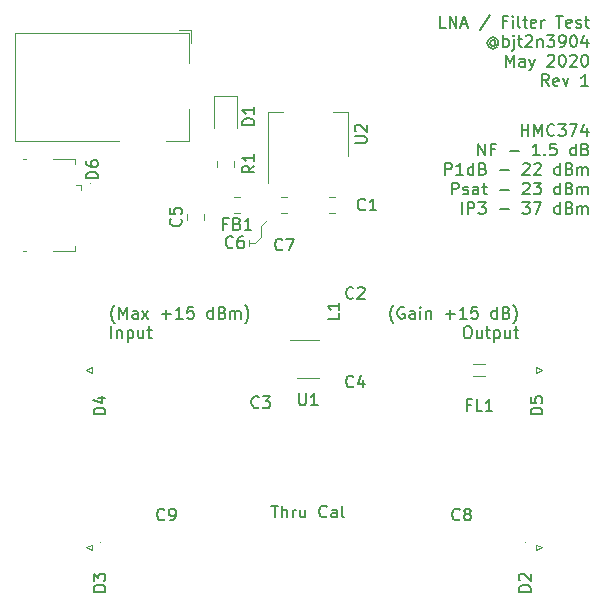
<source format=gbr>
G04 #@! TF.GenerationSoftware,KiCad,Pcbnew,5.1.5-52549c5~86~ubuntu18.04.1*
G04 #@! TF.CreationDate,2020-05-03T22:10:49-04:00*
G04 #@! TF.ProjectId,lna-filt,6c6e612d-6669-46c7-942e-6b696361645f,rev?*
G04 #@! TF.SameCoordinates,Original*
G04 #@! TF.FileFunction,Legend,Top*
G04 #@! TF.FilePolarity,Positive*
%FSLAX46Y46*%
G04 Gerber Fmt 4.6, Leading zero omitted, Abs format (unit mm)*
G04 Created by KiCad (PCBNEW 5.1.5-52549c5~86~ubuntu18.04.1) date 2020-05-03 22:10:49*
%MOMM*%
%LPD*%
G04 APERTURE LIST*
%ADD10C,0.150000*%
%ADD11C,0.120000*%
%ADD12C,0.100000*%
G04 APERTURE END LIST*
D10*
X125092976Y-40152380D02*
X125092976Y-39152380D01*
X125092976Y-39628571D02*
X125664404Y-39628571D01*
X125664404Y-40152380D02*
X125664404Y-39152380D01*
X126140595Y-40152380D02*
X126140595Y-39152380D01*
X126473928Y-39866666D01*
X126807261Y-39152380D01*
X126807261Y-40152380D01*
X127854880Y-40057142D02*
X127807261Y-40104761D01*
X127664404Y-40152380D01*
X127569166Y-40152380D01*
X127426309Y-40104761D01*
X127331071Y-40009523D01*
X127283452Y-39914285D01*
X127235833Y-39723809D01*
X127235833Y-39580952D01*
X127283452Y-39390476D01*
X127331071Y-39295238D01*
X127426309Y-39200000D01*
X127569166Y-39152380D01*
X127664404Y-39152380D01*
X127807261Y-39200000D01*
X127854880Y-39247619D01*
X128188214Y-39152380D02*
X128807261Y-39152380D01*
X128473928Y-39533333D01*
X128616785Y-39533333D01*
X128712023Y-39580952D01*
X128759642Y-39628571D01*
X128807261Y-39723809D01*
X128807261Y-39961904D01*
X128759642Y-40057142D01*
X128712023Y-40104761D01*
X128616785Y-40152380D01*
X128331071Y-40152380D01*
X128235833Y-40104761D01*
X128188214Y-40057142D01*
X129140595Y-39152380D02*
X129807261Y-39152380D01*
X129378690Y-40152380D01*
X130616785Y-39485714D02*
X130616785Y-40152380D01*
X130378690Y-39104761D02*
X130140595Y-39819047D01*
X130759642Y-39819047D01*
X121426309Y-41802380D02*
X121426309Y-40802380D01*
X121997738Y-41802380D01*
X121997738Y-40802380D01*
X122807261Y-41278571D02*
X122473928Y-41278571D01*
X122473928Y-41802380D02*
X122473928Y-40802380D01*
X122950119Y-40802380D01*
X124092976Y-41421428D02*
X124854880Y-41421428D01*
X126616785Y-41802380D02*
X126045357Y-41802380D01*
X126331071Y-41802380D02*
X126331071Y-40802380D01*
X126235833Y-40945238D01*
X126140595Y-41040476D01*
X126045357Y-41088095D01*
X127045357Y-41707142D02*
X127092976Y-41754761D01*
X127045357Y-41802380D01*
X126997738Y-41754761D01*
X127045357Y-41707142D01*
X127045357Y-41802380D01*
X127997738Y-40802380D02*
X127521547Y-40802380D01*
X127473928Y-41278571D01*
X127521547Y-41230952D01*
X127616785Y-41183333D01*
X127854880Y-41183333D01*
X127950119Y-41230952D01*
X127997738Y-41278571D01*
X128045357Y-41373809D01*
X128045357Y-41611904D01*
X127997738Y-41707142D01*
X127950119Y-41754761D01*
X127854880Y-41802380D01*
X127616785Y-41802380D01*
X127521547Y-41754761D01*
X127473928Y-41707142D01*
X129664404Y-41802380D02*
X129664404Y-40802380D01*
X129664404Y-41754761D02*
X129569166Y-41802380D01*
X129378690Y-41802380D01*
X129283452Y-41754761D01*
X129235833Y-41707142D01*
X129188214Y-41611904D01*
X129188214Y-41326190D01*
X129235833Y-41230952D01*
X129283452Y-41183333D01*
X129378690Y-41135714D01*
X129569166Y-41135714D01*
X129664404Y-41183333D01*
X130473928Y-41278571D02*
X130616785Y-41326190D01*
X130664404Y-41373809D01*
X130712023Y-41469047D01*
X130712023Y-41611904D01*
X130664404Y-41707142D01*
X130616785Y-41754761D01*
X130521547Y-41802380D01*
X130140595Y-41802380D01*
X130140595Y-40802380D01*
X130473928Y-40802380D01*
X130569166Y-40850000D01*
X130616785Y-40897619D01*
X130664404Y-40992857D01*
X130664404Y-41088095D01*
X130616785Y-41183333D01*
X130569166Y-41230952D01*
X130473928Y-41278571D01*
X130140595Y-41278571D01*
X118616785Y-43452380D02*
X118616785Y-42452380D01*
X118997738Y-42452380D01*
X119092976Y-42500000D01*
X119140595Y-42547619D01*
X119188214Y-42642857D01*
X119188214Y-42785714D01*
X119140595Y-42880952D01*
X119092976Y-42928571D01*
X118997738Y-42976190D01*
X118616785Y-42976190D01*
X120140595Y-43452380D02*
X119569166Y-43452380D01*
X119854880Y-43452380D02*
X119854880Y-42452380D01*
X119759642Y-42595238D01*
X119664404Y-42690476D01*
X119569166Y-42738095D01*
X120997738Y-43452380D02*
X120997738Y-42452380D01*
X120997738Y-43404761D02*
X120902500Y-43452380D01*
X120712023Y-43452380D01*
X120616785Y-43404761D01*
X120569166Y-43357142D01*
X120521547Y-43261904D01*
X120521547Y-42976190D01*
X120569166Y-42880952D01*
X120616785Y-42833333D01*
X120712023Y-42785714D01*
X120902500Y-42785714D01*
X120997738Y-42833333D01*
X121807261Y-42928571D02*
X121950119Y-42976190D01*
X121997738Y-43023809D01*
X122045357Y-43119047D01*
X122045357Y-43261904D01*
X121997738Y-43357142D01*
X121950119Y-43404761D01*
X121854880Y-43452380D01*
X121473928Y-43452380D01*
X121473928Y-42452380D01*
X121807261Y-42452380D01*
X121902500Y-42500000D01*
X121950119Y-42547619D01*
X121997738Y-42642857D01*
X121997738Y-42738095D01*
X121950119Y-42833333D01*
X121902500Y-42880952D01*
X121807261Y-42928571D01*
X121473928Y-42928571D01*
X123235833Y-43071428D02*
X123997738Y-43071428D01*
X125188214Y-42547619D02*
X125235833Y-42500000D01*
X125331071Y-42452380D01*
X125569166Y-42452380D01*
X125664404Y-42500000D01*
X125712023Y-42547619D01*
X125759642Y-42642857D01*
X125759642Y-42738095D01*
X125712023Y-42880952D01*
X125140595Y-43452380D01*
X125759642Y-43452380D01*
X126140595Y-42547619D02*
X126188214Y-42500000D01*
X126283452Y-42452380D01*
X126521547Y-42452380D01*
X126616785Y-42500000D01*
X126664404Y-42547619D01*
X126712023Y-42642857D01*
X126712023Y-42738095D01*
X126664404Y-42880952D01*
X126092976Y-43452380D01*
X126712023Y-43452380D01*
X128331071Y-43452380D02*
X128331071Y-42452380D01*
X128331071Y-43404761D02*
X128235833Y-43452380D01*
X128045357Y-43452380D01*
X127950119Y-43404761D01*
X127902500Y-43357142D01*
X127854880Y-43261904D01*
X127854880Y-42976190D01*
X127902500Y-42880952D01*
X127950119Y-42833333D01*
X128045357Y-42785714D01*
X128235833Y-42785714D01*
X128331071Y-42833333D01*
X129140595Y-42928571D02*
X129283452Y-42976190D01*
X129331071Y-43023809D01*
X129378690Y-43119047D01*
X129378690Y-43261904D01*
X129331071Y-43357142D01*
X129283452Y-43404761D01*
X129188214Y-43452380D01*
X128807261Y-43452380D01*
X128807261Y-42452380D01*
X129140595Y-42452380D01*
X129235833Y-42500000D01*
X129283452Y-42547619D01*
X129331071Y-42642857D01*
X129331071Y-42738095D01*
X129283452Y-42833333D01*
X129235833Y-42880952D01*
X129140595Y-42928571D01*
X128807261Y-42928571D01*
X129807261Y-43452380D02*
X129807261Y-42785714D01*
X129807261Y-42880952D02*
X129854880Y-42833333D01*
X129950119Y-42785714D01*
X130092976Y-42785714D01*
X130188214Y-42833333D01*
X130235833Y-42928571D01*
X130235833Y-43452380D01*
X130235833Y-42928571D02*
X130283452Y-42833333D01*
X130378690Y-42785714D01*
X130521547Y-42785714D01*
X130616785Y-42833333D01*
X130664404Y-42928571D01*
X130664404Y-43452380D01*
X119188214Y-45102380D02*
X119188214Y-44102380D01*
X119569166Y-44102380D01*
X119664404Y-44150000D01*
X119712023Y-44197619D01*
X119759642Y-44292857D01*
X119759642Y-44435714D01*
X119712023Y-44530952D01*
X119664404Y-44578571D01*
X119569166Y-44626190D01*
X119188214Y-44626190D01*
X120140595Y-45054761D02*
X120235833Y-45102380D01*
X120426309Y-45102380D01*
X120521547Y-45054761D01*
X120569166Y-44959523D01*
X120569166Y-44911904D01*
X120521547Y-44816666D01*
X120426309Y-44769047D01*
X120283452Y-44769047D01*
X120188214Y-44721428D01*
X120140595Y-44626190D01*
X120140595Y-44578571D01*
X120188214Y-44483333D01*
X120283452Y-44435714D01*
X120426309Y-44435714D01*
X120521547Y-44483333D01*
X121426309Y-45102380D02*
X121426309Y-44578571D01*
X121378690Y-44483333D01*
X121283452Y-44435714D01*
X121092976Y-44435714D01*
X120997738Y-44483333D01*
X121426309Y-45054761D02*
X121331071Y-45102380D01*
X121092976Y-45102380D01*
X120997738Y-45054761D01*
X120950119Y-44959523D01*
X120950119Y-44864285D01*
X120997738Y-44769047D01*
X121092976Y-44721428D01*
X121331071Y-44721428D01*
X121426309Y-44673809D01*
X121759642Y-44435714D02*
X122140595Y-44435714D01*
X121902500Y-44102380D02*
X121902500Y-44959523D01*
X121950119Y-45054761D01*
X122045357Y-45102380D01*
X122140595Y-45102380D01*
X123235833Y-44721428D02*
X123997738Y-44721428D01*
X125188214Y-44197619D02*
X125235833Y-44150000D01*
X125331071Y-44102380D01*
X125569166Y-44102380D01*
X125664404Y-44150000D01*
X125712023Y-44197619D01*
X125759642Y-44292857D01*
X125759642Y-44388095D01*
X125712023Y-44530952D01*
X125140595Y-45102380D01*
X125759642Y-45102380D01*
X126092976Y-44102380D02*
X126712023Y-44102380D01*
X126378690Y-44483333D01*
X126521547Y-44483333D01*
X126616785Y-44530952D01*
X126664404Y-44578571D01*
X126712023Y-44673809D01*
X126712023Y-44911904D01*
X126664404Y-45007142D01*
X126616785Y-45054761D01*
X126521547Y-45102380D01*
X126235833Y-45102380D01*
X126140595Y-45054761D01*
X126092976Y-45007142D01*
X128331071Y-45102380D02*
X128331071Y-44102380D01*
X128331071Y-45054761D02*
X128235833Y-45102380D01*
X128045357Y-45102380D01*
X127950119Y-45054761D01*
X127902500Y-45007142D01*
X127854880Y-44911904D01*
X127854880Y-44626190D01*
X127902500Y-44530952D01*
X127950119Y-44483333D01*
X128045357Y-44435714D01*
X128235833Y-44435714D01*
X128331071Y-44483333D01*
X129140595Y-44578571D02*
X129283452Y-44626190D01*
X129331071Y-44673809D01*
X129378690Y-44769047D01*
X129378690Y-44911904D01*
X129331071Y-45007142D01*
X129283452Y-45054761D01*
X129188214Y-45102380D01*
X128807261Y-45102380D01*
X128807261Y-44102380D01*
X129140595Y-44102380D01*
X129235833Y-44150000D01*
X129283452Y-44197619D01*
X129331071Y-44292857D01*
X129331071Y-44388095D01*
X129283452Y-44483333D01*
X129235833Y-44530952D01*
X129140595Y-44578571D01*
X128807261Y-44578571D01*
X129807261Y-45102380D02*
X129807261Y-44435714D01*
X129807261Y-44530952D02*
X129854880Y-44483333D01*
X129950119Y-44435714D01*
X130092976Y-44435714D01*
X130188214Y-44483333D01*
X130235833Y-44578571D01*
X130235833Y-45102380D01*
X130235833Y-44578571D02*
X130283452Y-44483333D01*
X130378690Y-44435714D01*
X130521547Y-44435714D01*
X130616785Y-44483333D01*
X130664404Y-44578571D01*
X130664404Y-45102380D01*
X120045357Y-46752380D02*
X120045357Y-45752380D01*
X120521547Y-46752380D02*
X120521547Y-45752380D01*
X120902500Y-45752380D01*
X120997738Y-45800000D01*
X121045357Y-45847619D01*
X121092976Y-45942857D01*
X121092976Y-46085714D01*
X121045357Y-46180952D01*
X120997738Y-46228571D01*
X120902500Y-46276190D01*
X120521547Y-46276190D01*
X121426309Y-45752380D02*
X122045357Y-45752380D01*
X121712023Y-46133333D01*
X121854880Y-46133333D01*
X121950119Y-46180952D01*
X121997738Y-46228571D01*
X122045357Y-46323809D01*
X122045357Y-46561904D01*
X121997738Y-46657142D01*
X121950119Y-46704761D01*
X121854880Y-46752380D01*
X121569166Y-46752380D01*
X121473928Y-46704761D01*
X121426309Y-46657142D01*
X123235833Y-46371428D02*
X123997738Y-46371428D01*
X125140595Y-45752380D02*
X125759642Y-45752380D01*
X125426309Y-46133333D01*
X125569166Y-46133333D01*
X125664404Y-46180952D01*
X125712023Y-46228571D01*
X125759642Y-46323809D01*
X125759642Y-46561904D01*
X125712023Y-46657142D01*
X125664404Y-46704761D01*
X125569166Y-46752380D01*
X125283452Y-46752380D01*
X125188214Y-46704761D01*
X125140595Y-46657142D01*
X126092976Y-45752380D02*
X126759642Y-45752380D01*
X126331071Y-46752380D01*
X128331071Y-46752380D02*
X128331071Y-45752380D01*
X128331071Y-46704761D02*
X128235833Y-46752380D01*
X128045357Y-46752380D01*
X127950119Y-46704761D01*
X127902500Y-46657142D01*
X127854880Y-46561904D01*
X127854880Y-46276190D01*
X127902500Y-46180952D01*
X127950119Y-46133333D01*
X128045357Y-46085714D01*
X128235833Y-46085714D01*
X128331071Y-46133333D01*
X129140595Y-46228571D02*
X129283452Y-46276190D01*
X129331071Y-46323809D01*
X129378690Y-46419047D01*
X129378690Y-46561904D01*
X129331071Y-46657142D01*
X129283452Y-46704761D01*
X129188214Y-46752380D01*
X128807261Y-46752380D01*
X128807261Y-45752380D01*
X129140595Y-45752380D01*
X129235833Y-45800000D01*
X129283452Y-45847619D01*
X129331071Y-45942857D01*
X129331071Y-46038095D01*
X129283452Y-46133333D01*
X129235833Y-46180952D01*
X129140595Y-46228571D01*
X128807261Y-46228571D01*
X129807261Y-46752380D02*
X129807261Y-46085714D01*
X129807261Y-46180952D02*
X129854880Y-46133333D01*
X129950119Y-46085714D01*
X130092976Y-46085714D01*
X130188214Y-46133333D01*
X130235833Y-46228571D01*
X130235833Y-46752380D01*
X130235833Y-46228571D02*
X130283452Y-46133333D01*
X130378690Y-46085714D01*
X130521547Y-46085714D01*
X130616785Y-46133333D01*
X130664404Y-46228571D01*
X130664404Y-46752380D01*
D11*
X102000000Y-49500000D02*
X102000000Y-49000000D01*
X102500000Y-49250000D02*
X102000000Y-49250000D01*
X103000000Y-48750000D02*
X102500000Y-49250000D01*
X103000000Y-47750000D02*
X103000000Y-48750000D01*
X103500000Y-47250000D02*
X103000000Y-47750000D01*
D10*
X103904761Y-71452380D02*
X104476190Y-71452380D01*
X104190476Y-72452380D02*
X104190476Y-71452380D01*
X104809523Y-72452380D02*
X104809523Y-71452380D01*
X105238095Y-72452380D02*
X105238095Y-71928571D01*
X105190476Y-71833333D01*
X105095238Y-71785714D01*
X104952380Y-71785714D01*
X104857142Y-71833333D01*
X104809523Y-71880952D01*
X105714285Y-72452380D02*
X105714285Y-71785714D01*
X105714285Y-71976190D02*
X105761904Y-71880952D01*
X105809523Y-71833333D01*
X105904761Y-71785714D01*
X106000000Y-71785714D01*
X106761904Y-71785714D02*
X106761904Y-72452380D01*
X106333333Y-71785714D02*
X106333333Y-72309523D01*
X106380952Y-72404761D01*
X106476190Y-72452380D01*
X106619047Y-72452380D01*
X106714285Y-72404761D01*
X106761904Y-72357142D01*
X108571428Y-72357142D02*
X108523809Y-72404761D01*
X108380952Y-72452380D01*
X108285714Y-72452380D01*
X108142857Y-72404761D01*
X108047619Y-72309523D01*
X108000000Y-72214285D01*
X107952380Y-72023809D01*
X107952380Y-71880952D01*
X108000000Y-71690476D01*
X108047619Y-71595238D01*
X108142857Y-71500000D01*
X108285714Y-71452380D01*
X108380952Y-71452380D01*
X108523809Y-71500000D01*
X108571428Y-71547619D01*
X109428571Y-72452380D02*
X109428571Y-71928571D01*
X109380952Y-71833333D01*
X109285714Y-71785714D01*
X109095238Y-71785714D01*
X109000000Y-71833333D01*
X109428571Y-72404761D02*
X109333333Y-72452380D01*
X109095238Y-72452380D01*
X109000000Y-72404761D01*
X108952380Y-72309523D01*
X108952380Y-72214285D01*
X109000000Y-72119047D01*
X109095238Y-72071428D01*
X109333333Y-72071428D01*
X109428571Y-72023809D01*
X110047619Y-72452380D02*
X109952380Y-72404761D01*
X109904761Y-72309523D01*
X109904761Y-71452380D01*
X114235833Y-56008333D02*
X114188214Y-55960714D01*
X114092976Y-55817857D01*
X114045357Y-55722619D01*
X113997738Y-55579761D01*
X113950119Y-55341666D01*
X113950119Y-55151190D01*
X113997738Y-54913095D01*
X114045357Y-54770238D01*
X114092976Y-54675000D01*
X114188214Y-54532142D01*
X114235833Y-54484523D01*
X115140595Y-54675000D02*
X115045357Y-54627380D01*
X114902500Y-54627380D01*
X114759642Y-54675000D01*
X114664404Y-54770238D01*
X114616785Y-54865476D01*
X114569166Y-55055952D01*
X114569166Y-55198809D01*
X114616785Y-55389285D01*
X114664404Y-55484523D01*
X114759642Y-55579761D01*
X114902500Y-55627380D01*
X114997738Y-55627380D01*
X115140595Y-55579761D01*
X115188214Y-55532142D01*
X115188214Y-55198809D01*
X114997738Y-55198809D01*
X116045357Y-55627380D02*
X116045357Y-55103571D01*
X115997738Y-55008333D01*
X115902500Y-54960714D01*
X115712023Y-54960714D01*
X115616785Y-55008333D01*
X116045357Y-55579761D02*
X115950119Y-55627380D01*
X115712023Y-55627380D01*
X115616785Y-55579761D01*
X115569166Y-55484523D01*
X115569166Y-55389285D01*
X115616785Y-55294047D01*
X115712023Y-55246428D01*
X115950119Y-55246428D01*
X116045357Y-55198809D01*
X116521547Y-55627380D02*
X116521547Y-54960714D01*
X116521547Y-54627380D02*
X116473928Y-54675000D01*
X116521547Y-54722619D01*
X116569166Y-54675000D01*
X116521547Y-54627380D01*
X116521547Y-54722619D01*
X116997738Y-54960714D02*
X116997738Y-55627380D01*
X116997738Y-55055952D02*
X117045357Y-55008333D01*
X117140595Y-54960714D01*
X117283452Y-54960714D01*
X117378690Y-55008333D01*
X117426309Y-55103571D01*
X117426309Y-55627380D01*
X118664404Y-55246428D02*
X119426309Y-55246428D01*
X119045357Y-55627380D02*
X119045357Y-54865476D01*
X120426309Y-55627380D02*
X119854880Y-55627380D01*
X120140595Y-55627380D02*
X120140595Y-54627380D01*
X120045357Y-54770238D01*
X119950119Y-54865476D01*
X119854880Y-54913095D01*
X121331071Y-54627380D02*
X120854880Y-54627380D01*
X120807261Y-55103571D01*
X120854880Y-55055952D01*
X120950119Y-55008333D01*
X121188214Y-55008333D01*
X121283452Y-55055952D01*
X121331071Y-55103571D01*
X121378690Y-55198809D01*
X121378690Y-55436904D01*
X121331071Y-55532142D01*
X121283452Y-55579761D01*
X121188214Y-55627380D01*
X120950119Y-55627380D01*
X120854880Y-55579761D01*
X120807261Y-55532142D01*
X122997738Y-55627380D02*
X122997738Y-54627380D01*
X122997738Y-55579761D02*
X122902500Y-55627380D01*
X122712023Y-55627380D01*
X122616785Y-55579761D01*
X122569166Y-55532142D01*
X122521547Y-55436904D01*
X122521547Y-55151190D01*
X122569166Y-55055952D01*
X122616785Y-55008333D01*
X122712023Y-54960714D01*
X122902500Y-54960714D01*
X122997738Y-55008333D01*
X123807261Y-55103571D02*
X123950119Y-55151190D01*
X123997738Y-55198809D01*
X124045357Y-55294047D01*
X124045357Y-55436904D01*
X123997738Y-55532142D01*
X123950119Y-55579761D01*
X123854880Y-55627380D01*
X123473928Y-55627380D01*
X123473928Y-54627380D01*
X123807261Y-54627380D01*
X123902500Y-54675000D01*
X123950119Y-54722619D01*
X123997738Y-54817857D01*
X123997738Y-54913095D01*
X123950119Y-55008333D01*
X123902500Y-55055952D01*
X123807261Y-55103571D01*
X123473928Y-55103571D01*
X124378690Y-56008333D02*
X124426309Y-55960714D01*
X124521547Y-55817857D01*
X124569166Y-55722619D01*
X124616785Y-55579761D01*
X124664404Y-55341666D01*
X124664404Y-55151190D01*
X124616785Y-54913095D01*
X124569166Y-54770238D01*
X124521547Y-54675000D01*
X124426309Y-54532142D01*
X124378690Y-54484523D01*
X120426309Y-56277380D02*
X120616785Y-56277380D01*
X120712023Y-56325000D01*
X120807261Y-56420238D01*
X120854880Y-56610714D01*
X120854880Y-56944047D01*
X120807261Y-57134523D01*
X120712023Y-57229761D01*
X120616785Y-57277380D01*
X120426309Y-57277380D01*
X120331071Y-57229761D01*
X120235833Y-57134523D01*
X120188214Y-56944047D01*
X120188214Y-56610714D01*
X120235833Y-56420238D01*
X120331071Y-56325000D01*
X120426309Y-56277380D01*
X121712023Y-56610714D02*
X121712023Y-57277380D01*
X121283452Y-56610714D02*
X121283452Y-57134523D01*
X121331071Y-57229761D01*
X121426309Y-57277380D01*
X121569166Y-57277380D01*
X121664404Y-57229761D01*
X121712023Y-57182142D01*
X122045357Y-56610714D02*
X122426309Y-56610714D01*
X122188214Y-56277380D02*
X122188214Y-57134523D01*
X122235833Y-57229761D01*
X122331071Y-57277380D01*
X122426309Y-57277380D01*
X122759642Y-56610714D02*
X122759642Y-57610714D01*
X122759642Y-56658333D02*
X122854880Y-56610714D01*
X123045357Y-56610714D01*
X123140595Y-56658333D01*
X123188214Y-56705952D01*
X123235833Y-56801190D01*
X123235833Y-57086904D01*
X123188214Y-57182142D01*
X123140595Y-57229761D01*
X123045357Y-57277380D01*
X122854880Y-57277380D01*
X122759642Y-57229761D01*
X124092976Y-56610714D02*
X124092976Y-57277380D01*
X123664404Y-56610714D02*
X123664404Y-57134523D01*
X123712023Y-57229761D01*
X123807261Y-57277380D01*
X123950119Y-57277380D01*
X124045357Y-57229761D01*
X124092976Y-57182142D01*
X124426309Y-56610714D02*
X124807261Y-56610714D01*
X124569166Y-56277380D02*
X124569166Y-57134523D01*
X124616785Y-57229761D01*
X124712023Y-57277380D01*
X124807261Y-57277380D01*
X90621309Y-56008333D02*
X90573690Y-55960714D01*
X90478452Y-55817857D01*
X90430833Y-55722619D01*
X90383214Y-55579761D01*
X90335595Y-55341666D01*
X90335595Y-55151190D01*
X90383214Y-54913095D01*
X90430833Y-54770238D01*
X90478452Y-54675000D01*
X90573690Y-54532142D01*
X90621309Y-54484523D01*
X91002261Y-55627380D02*
X91002261Y-54627380D01*
X91335595Y-55341666D01*
X91668928Y-54627380D01*
X91668928Y-55627380D01*
X92573690Y-55627380D02*
X92573690Y-55103571D01*
X92526071Y-55008333D01*
X92430833Y-54960714D01*
X92240357Y-54960714D01*
X92145119Y-55008333D01*
X92573690Y-55579761D02*
X92478452Y-55627380D01*
X92240357Y-55627380D01*
X92145119Y-55579761D01*
X92097500Y-55484523D01*
X92097500Y-55389285D01*
X92145119Y-55294047D01*
X92240357Y-55246428D01*
X92478452Y-55246428D01*
X92573690Y-55198809D01*
X92954642Y-55627380D02*
X93478452Y-54960714D01*
X92954642Y-54960714D02*
X93478452Y-55627380D01*
X94621309Y-55246428D02*
X95383214Y-55246428D01*
X95002261Y-55627380D02*
X95002261Y-54865476D01*
X96383214Y-55627380D02*
X95811785Y-55627380D01*
X96097500Y-55627380D02*
X96097500Y-54627380D01*
X96002261Y-54770238D01*
X95907023Y-54865476D01*
X95811785Y-54913095D01*
X97287976Y-54627380D02*
X96811785Y-54627380D01*
X96764166Y-55103571D01*
X96811785Y-55055952D01*
X96907023Y-55008333D01*
X97145119Y-55008333D01*
X97240357Y-55055952D01*
X97287976Y-55103571D01*
X97335595Y-55198809D01*
X97335595Y-55436904D01*
X97287976Y-55532142D01*
X97240357Y-55579761D01*
X97145119Y-55627380D01*
X96907023Y-55627380D01*
X96811785Y-55579761D01*
X96764166Y-55532142D01*
X98954642Y-55627380D02*
X98954642Y-54627380D01*
X98954642Y-55579761D02*
X98859404Y-55627380D01*
X98668928Y-55627380D01*
X98573690Y-55579761D01*
X98526071Y-55532142D01*
X98478452Y-55436904D01*
X98478452Y-55151190D01*
X98526071Y-55055952D01*
X98573690Y-55008333D01*
X98668928Y-54960714D01*
X98859404Y-54960714D01*
X98954642Y-55008333D01*
X99764166Y-55103571D02*
X99907023Y-55151190D01*
X99954642Y-55198809D01*
X100002261Y-55294047D01*
X100002261Y-55436904D01*
X99954642Y-55532142D01*
X99907023Y-55579761D01*
X99811785Y-55627380D01*
X99430833Y-55627380D01*
X99430833Y-54627380D01*
X99764166Y-54627380D01*
X99859404Y-54675000D01*
X99907023Y-54722619D01*
X99954642Y-54817857D01*
X99954642Y-54913095D01*
X99907023Y-55008333D01*
X99859404Y-55055952D01*
X99764166Y-55103571D01*
X99430833Y-55103571D01*
X100430833Y-55627380D02*
X100430833Y-54960714D01*
X100430833Y-55055952D02*
X100478452Y-55008333D01*
X100573690Y-54960714D01*
X100716547Y-54960714D01*
X100811785Y-55008333D01*
X100859404Y-55103571D01*
X100859404Y-55627380D01*
X100859404Y-55103571D02*
X100907023Y-55008333D01*
X101002261Y-54960714D01*
X101145119Y-54960714D01*
X101240357Y-55008333D01*
X101287976Y-55103571D01*
X101287976Y-55627380D01*
X101668928Y-56008333D02*
X101716547Y-55960714D01*
X101811785Y-55817857D01*
X101859404Y-55722619D01*
X101907023Y-55579761D01*
X101954642Y-55341666D01*
X101954642Y-55151190D01*
X101907023Y-54913095D01*
X101859404Y-54770238D01*
X101811785Y-54675000D01*
X101716547Y-54532142D01*
X101668928Y-54484523D01*
X90335595Y-57277380D02*
X90335595Y-56277380D01*
X90811785Y-56610714D02*
X90811785Y-57277380D01*
X90811785Y-56705952D02*
X90859404Y-56658333D01*
X90954642Y-56610714D01*
X91097500Y-56610714D01*
X91192738Y-56658333D01*
X91240357Y-56753571D01*
X91240357Y-57277380D01*
X91716547Y-56610714D02*
X91716547Y-57610714D01*
X91716547Y-56658333D02*
X91811785Y-56610714D01*
X92002261Y-56610714D01*
X92097500Y-56658333D01*
X92145119Y-56705952D01*
X92192738Y-56801190D01*
X92192738Y-57086904D01*
X92145119Y-57182142D01*
X92097500Y-57229761D01*
X92002261Y-57277380D01*
X91811785Y-57277380D01*
X91716547Y-57229761D01*
X93049880Y-56610714D02*
X93049880Y-57277380D01*
X92621309Y-56610714D02*
X92621309Y-57134523D01*
X92668928Y-57229761D01*
X92764166Y-57277380D01*
X92907023Y-57277380D01*
X93002261Y-57229761D01*
X93049880Y-57182142D01*
X93383214Y-56610714D02*
X93764166Y-56610714D01*
X93526071Y-56277380D02*
X93526071Y-57134523D01*
X93573690Y-57229761D01*
X93668928Y-57277380D01*
X93764166Y-57277380D01*
X118664404Y-30977380D02*
X118188214Y-30977380D01*
X118188214Y-29977380D01*
X118997738Y-30977380D02*
X118997738Y-29977380D01*
X119569166Y-30977380D01*
X119569166Y-29977380D01*
X119997738Y-30691666D02*
X120473928Y-30691666D01*
X119902500Y-30977380D02*
X120235833Y-29977380D01*
X120569166Y-30977380D01*
X122378690Y-29929761D02*
X121521547Y-31215476D01*
X123807261Y-30453571D02*
X123473928Y-30453571D01*
X123473928Y-30977380D02*
X123473928Y-29977380D01*
X123950119Y-29977380D01*
X124331071Y-30977380D02*
X124331071Y-30310714D01*
X124331071Y-29977380D02*
X124283452Y-30025000D01*
X124331071Y-30072619D01*
X124378690Y-30025000D01*
X124331071Y-29977380D01*
X124331071Y-30072619D01*
X124950119Y-30977380D02*
X124854880Y-30929761D01*
X124807261Y-30834523D01*
X124807261Y-29977380D01*
X125188214Y-30310714D02*
X125569166Y-30310714D01*
X125331071Y-29977380D02*
X125331071Y-30834523D01*
X125378690Y-30929761D01*
X125473928Y-30977380D01*
X125569166Y-30977380D01*
X126283452Y-30929761D02*
X126188214Y-30977380D01*
X125997738Y-30977380D01*
X125902500Y-30929761D01*
X125854880Y-30834523D01*
X125854880Y-30453571D01*
X125902500Y-30358333D01*
X125997738Y-30310714D01*
X126188214Y-30310714D01*
X126283452Y-30358333D01*
X126331071Y-30453571D01*
X126331071Y-30548809D01*
X125854880Y-30644047D01*
X126759642Y-30977380D02*
X126759642Y-30310714D01*
X126759642Y-30501190D02*
X126807261Y-30405952D01*
X126854880Y-30358333D01*
X126950119Y-30310714D01*
X127045357Y-30310714D01*
X127997738Y-29977380D02*
X128569166Y-29977380D01*
X128283452Y-30977380D02*
X128283452Y-29977380D01*
X129283452Y-30929761D02*
X129188214Y-30977380D01*
X128997738Y-30977380D01*
X128902500Y-30929761D01*
X128854880Y-30834523D01*
X128854880Y-30453571D01*
X128902500Y-30358333D01*
X128997738Y-30310714D01*
X129188214Y-30310714D01*
X129283452Y-30358333D01*
X129331071Y-30453571D01*
X129331071Y-30548809D01*
X128854880Y-30644047D01*
X129712023Y-30929761D02*
X129807261Y-30977380D01*
X129997738Y-30977380D01*
X130092976Y-30929761D01*
X130140595Y-30834523D01*
X130140595Y-30786904D01*
X130092976Y-30691666D01*
X129997738Y-30644047D01*
X129854880Y-30644047D01*
X129759642Y-30596428D01*
X129712023Y-30501190D01*
X129712023Y-30453571D01*
X129759642Y-30358333D01*
X129854880Y-30310714D01*
X129997738Y-30310714D01*
X130092976Y-30358333D01*
X130426309Y-30310714D02*
X130807261Y-30310714D01*
X130569166Y-29977380D02*
X130569166Y-30834523D01*
X130616785Y-30929761D01*
X130712023Y-30977380D01*
X130807261Y-30977380D01*
X122854880Y-32151190D02*
X122807261Y-32103571D01*
X122712023Y-32055952D01*
X122616785Y-32055952D01*
X122521547Y-32103571D01*
X122473928Y-32151190D01*
X122426309Y-32246428D01*
X122426309Y-32341666D01*
X122473928Y-32436904D01*
X122521547Y-32484523D01*
X122616785Y-32532142D01*
X122712023Y-32532142D01*
X122807261Y-32484523D01*
X122854880Y-32436904D01*
X122854880Y-32055952D02*
X122854880Y-32436904D01*
X122902500Y-32484523D01*
X122950119Y-32484523D01*
X123045357Y-32436904D01*
X123092976Y-32341666D01*
X123092976Y-32103571D01*
X122997738Y-31960714D01*
X122854880Y-31865476D01*
X122664404Y-31817857D01*
X122473928Y-31865476D01*
X122331071Y-31960714D01*
X122235833Y-32103571D01*
X122188214Y-32294047D01*
X122235833Y-32484523D01*
X122331071Y-32627380D01*
X122473928Y-32722619D01*
X122664404Y-32770238D01*
X122854880Y-32722619D01*
X122997738Y-32627380D01*
X123521547Y-32627380D02*
X123521547Y-31627380D01*
X123521547Y-32008333D02*
X123616785Y-31960714D01*
X123807261Y-31960714D01*
X123902500Y-32008333D01*
X123950119Y-32055952D01*
X123997738Y-32151190D01*
X123997738Y-32436904D01*
X123950119Y-32532142D01*
X123902500Y-32579761D01*
X123807261Y-32627380D01*
X123616785Y-32627380D01*
X123521547Y-32579761D01*
X124426309Y-31960714D02*
X124426309Y-32817857D01*
X124378690Y-32913095D01*
X124283452Y-32960714D01*
X124235833Y-32960714D01*
X124426309Y-31627380D02*
X124378690Y-31675000D01*
X124426309Y-31722619D01*
X124473928Y-31675000D01*
X124426309Y-31627380D01*
X124426309Y-31722619D01*
X124759642Y-31960714D02*
X125140595Y-31960714D01*
X124902500Y-31627380D02*
X124902500Y-32484523D01*
X124950119Y-32579761D01*
X125045357Y-32627380D01*
X125140595Y-32627380D01*
X125426309Y-31722619D02*
X125473928Y-31675000D01*
X125569166Y-31627380D01*
X125807261Y-31627380D01*
X125902500Y-31675000D01*
X125950119Y-31722619D01*
X125997738Y-31817857D01*
X125997738Y-31913095D01*
X125950119Y-32055952D01*
X125378690Y-32627380D01*
X125997738Y-32627380D01*
X126426309Y-31960714D02*
X126426309Y-32627380D01*
X126426309Y-32055952D02*
X126473928Y-32008333D01*
X126569166Y-31960714D01*
X126712023Y-31960714D01*
X126807261Y-32008333D01*
X126854880Y-32103571D01*
X126854880Y-32627380D01*
X127235833Y-31627380D02*
X127854880Y-31627380D01*
X127521547Y-32008333D01*
X127664404Y-32008333D01*
X127759642Y-32055952D01*
X127807261Y-32103571D01*
X127854880Y-32198809D01*
X127854880Y-32436904D01*
X127807261Y-32532142D01*
X127759642Y-32579761D01*
X127664404Y-32627380D01*
X127378690Y-32627380D01*
X127283452Y-32579761D01*
X127235833Y-32532142D01*
X128331071Y-32627380D02*
X128521547Y-32627380D01*
X128616785Y-32579761D01*
X128664404Y-32532142D01*
X128759642Y-32389285D01*
X128807261Y-32198809D01*
X128807261Y-31817857D01*
X128759642Y-31722619D01*
X128712023Y-31675000D01*
X128616785Y-31627380D01*
X128426309Y-31627380D01*
X128331071Y-31675000D01*
X128283452Y-31722619D01*
X128235833Y-31817857D01*
X128235833Y-32055952D01*
X128283452Y-32151190D01*
X128331071Y-32198809D01*
X128426309Y-32246428D01*
X128616785Y-32246428D01*
X128712023Y-32198809D01*
X128759642Y-32151190D01*
X128807261Y-32055952D01*
X129426309Y-31627380D02*
X129521547Y-31627380D01*
X129616785Y-31675000D01*
X129664404Y-31722619D01*
X129712023Y-31817857D01*
X129759642Y-32008333D01*
X129759642Y-32246428D01*
X129712023Y-32436904D01*
X129664404Y-32532142D01*
X129616785Y-32579761D01*
X129521547Y-32627380D01*
X129426309Y-32627380D01*
X129331071Y-32579761D01*
X129283452Y-32532142D01*
X129235833Y-32436904D01*
X129188214Y-32246428D01*
X129188214Y-32008333D01*
X129235833Y-31817857D01*
X129283452Y-31722619D01*
X129331071Y-31675000D01*
X129426309Y-31627380D01*
X130616785Y-31960714D02*
X130616785Y-32627380D01*
X130378690Y-31579761D02*
X130140595Y-32294047D01*
X130759642Y-32294047D01*
X123759642Y-34277380D02*
X123759642Y-33277380D01*
X124092976Y-33991666D01*
X124426309Y-33277380D01*
X124426309Y-34277380D01*
X125331071Y-34277380D02*
X125331071Y-33753571D01*
X125283452Y-33658333D01*
X125188214Y-33610714D01*
X124997738Y-33610714D01*
X124902500Y-33658333D01*
X125331071Y-34229761D02*
X125235833Y-34277380D01*
X124997738Y-34277380D01*
X124902500Y-34229761D01*
X124854880Y-34134523D01*
X124854880Y-34039285D01*
X124902500Y-33944047D01*
X124997738Y-33896428D01*
X125235833Y-33896428D01*
X125331071Y-33848809D01*
X125712023Y-33610714D02*
X125950119Y-34277380D01*
X126188214Y-33610714D02*
X125950119Y-34277380D01*
X125854880Y-34515476D01*
X125807261Y-34563095D01*
X125712023Y-34610714D01*
X127283452Y-33372619D02*
X127331071Y-33325000D01*
X127426309Y-33277380D01*
X127664404Y-33277380D01*
X127759642Y-33325000D01*
X127807261Y-33372619D01*
X127854880Y-33467857D01*
X127854880Y-33563095D01*
X127807261Y-33705952D01*
X127235833Y-34277380D01*
X127854880Y-34277380D01*
X128473928Y-33277380D02*
X128569166Y-33277380D01*
X128664404Y-33325000D01*
X128712023Y-33372619D01*
X128759642Y-33467857D01*
X128807261Y-33658333D01*
X128807261Y-33896428D01*
X128759642Y-34086904D01*
X128712023Y-34182142D01*
X128664404Y-34229761D01*
X128569166Y-34277380D01*
X128473928Y-34277380D01*
X128378690Y-34229761D01*
X128331071Y-34182142D01*
X128283452Y-34086904D01*
X128235833Y-33896428D01*
X128235833Y-33658333D01*
X128283452Y-33467857D01*
X128331071Y-33372619D01*
X128378690Y-33325000D01*
X128473928Y-33277380D01*
X129188214Y-33372619D02*
X129235833Y-33325000D01*
X129331071Y-33277380D01*
X129569166Y-33277380D01*
X129664404Y-33325000D01*
X129712023Y-33372619D01*
X129759642Y-33467857D01*
X129759642Y-33563095D01*
X129712023Y-33705952D01*
X129140595Y-34277380D01*
X129759642Y-34277380D01*
X130378690Y-33277380D02*
X130473928Y-33277380D01*
X130569166Y-33325000D01*
X130616785Y-33372619D01*
X130664404Y-33467857D01*
X130712023Y-33658333D01*
X130712023Y-33896428D01*
X130664404Y-34086904D01*
X130616785Y-34182142D01*
X130569166Y-34229761D01*
X130473928Y-34277380D01*
X130378690Y-34277380D01*
X130283452Y-34229761D01*
X130235833Y-34182142D01*
X130188214Y-34086904D01*
X130140595Y-33896428D01*
X130140595Y-33658333D01*
X130188214Y-33467857D01*
X130235833Y-33372619D01*
X130283452Y-33325000D01*
X130378690Y-33277380D01*
X127378690Y-35927380D02*
X127045357Y-35451190D01*
X126807261Y-35927380D02*
X126807261Y-34927380D01*
X127188214Y-34927380D01*
X127283452Y-34975000D01*
X127331071Y-35022619D01*
X127378690Y-35117857D01*
X127378690Y-35260714D01*
X127331071Y-35355952D01*
X127283452Y-35403571D01*
X127188214Y-35451190D01*
X126807261Y-35451190D01*
X128188214Y-35879761D02*
X128092976Y-35927380D01*
X127902500Y-35927380D01*
X127807261Y-35879761D01*
X127759642Y-35784523D01*
X127759642Y-35403571D01*
X127807261Y-35308333D01*
X127902500Y-35260714D01*
X128092976Y-35260714D01*
X128188214Y-35308333D01*
X128235833Y-35403571D01*
X128235833Y-35498809D01*
X127759642Y-35594047D01*
X128569166Y-35260714D02*
X128807261Y-35927380D01*
X129045357Y-35260714D01*
X130712023Y-35927380D02*
X130140595Y-35927380D01*
X130426309Y-35927380D02*
X130426309Y-34927380D01*
X130331071Y-35070238D01*
X130235833Y-35165476D01*
X130140595Y-35213095D01*
D12*
X88650000Y-44140000D02*
G75*
G03X88650000Y-44140000I-50000J0D01*
G01*
X126450000Y-59540000D02*
G75*
G03X126450000Y-59540000I-50000J0D01*
G01*
X89450000Y-59540000D02*
G75*
G03X89450000Y-59540000I-50000J0D01*
G01*
X89450000Y-74540000D02*
G75*
G03X89450000Y-74540000I-50000J0D01*
G01*
X125450000Y-74540000D02*
G75*
G03X125450000Y-74540000I-50000J0D01*
G01*
D11*
X121000000Y-60500000D02*
X122000000Y-60500000D01*
X121000000Y-59500000D02*
X122000000Y-59500000D01*
X88210000Y-75000000D02*
X88710000Y-75250000D01*
X88710000Y-75250000D02*
X88710000Y-74750000D01*
X88710000Y-74750000D02*
X88210000Y-75000000D01*
X126790000Y-75000000D02*
X126290000Y-74750000D01*
X126290000Y-74750000D02*
X126290000Y-75250000D01*
X126290000Y-75250000D02*
X126790000Y-75000000D01*
X103590000Y-44100000D02*
X103590000Y-38090000D01*
X110410000Y-41850000D02*
X110410000Y-38090000D01*
X103590000Y-38090000D02*
X104850000Y-38090000D01*
X110410000Y-38090000D02*
X109150000Y-38090000D01*
X107900000Y-57390000D02*
X105450000Y-57390000D01*
X106100000Y-60610000D02*
X107900000Y-60610000D01*
X99290000Y-42241422D02*
X99290000Y-42758578D01*
X100710000Y-42241422D02*
X100710000Y-42758578D01*
X87812500Y-44300000D02*
X87362500Y-44300000D01*
X87812500Y-44300000D02*
X87812500Y-44750000D01*
X87262500Y-49900000D02*
X87262500Y-49450000D01*
X85412500Y-49900000D02*
X87262500Y-49900000D01*
X82862500Y-42100000D02*
X83112500Y-42100000D01*
X82862500Y-49900000D02*
X83112500Y-49900000D01*
X85412500Y-42100000D02*
X87262500Y-42100000D01*
X87262500Y-42100000D02*
X87262500Y-42550000D01*
X96900000Y-31400000D02*
X96900000Y-34000000D01*
X82200000Y-31400000D02*
X96900000Y-31400000D01*
X96900000Y-40600000D02*
X95000000Y-40600000D01*
X96900000Y-37900000D02*
X96900000Y-40600000D01*
X82200000Y-40600000D02*
X82200000Y-31400000D01*
X91000000Y-40600000D02*
X82200000Y-40600000D01*
X96050000Y-31200000D02*
X97100000Y-31200000D01*
X97100000Y-32250000D02*
X97100000Y-31200000D01*
X126790000Y-60000000D02*
X126290000Y-59750000D01*
X126290000Y-59750000D02*
X126290000Y-60250000D01*
X126290000Y-60250000D02*
X126790000Y-60000000D01*
X88210000Y-60000000D02*
X88710000Y-60250000D01*
X88710000Y-60250000D02*
X88710000Y-59750000D01*
X88710000Y-59750000D02*
X88210000Y-60000000D01*
X101258578Y-45290000D02*
X100741422Y-45290000D01*
X101258578Y-46710000D02*
X100741422Y-46710000D01*
X99040000Y-36815000D02*
X99040000Y-39500000D01*
X100960000Y-36815000D02*
X99040000Y-36815000D01*
X100960000Y-39500000D02*
X100960000Y-36815000D01*
X105258578Y-45290000D02*
X104741422Y-45290000D01*
X105258578Y-46710000D02*
X104741422Y-46710000D01*
X98210000Y-47258578D02*
X98210000Y-46741422D01*
X96790000Y-47258578D02*
X96790000Y-46741422D01*
X108741422Y-46710000D02*
X109258578Y-46710000D01*
X108741422Y-45290000D02*
X109258578Y-45290000D01*
D10*
X89202380Y-43738095D02*
X88202380Y-43738095D01*
X88202380Y-43500000D01*
X88250000Y-43357142D01*
X88345238Y-43261904D01*
X88440476Y-43214285D01*
X88630952Y-43166666D01*
X88773809Y-43166666D01*
X88964285Y-43214285D01*
X89059523Y-43261904D01*
X89154761Y-43357142D01*
X89202380Y-43500000D01*
X89202380Y-43738095D01*
X88202380Y-42309523D02*
X88202380Y-42500000D01*
X88250000Y-42595238D01*
X88297619Y-42642857D01*
X88440476Y-42738095D01*
X88630952Y-42785714D01*
X89011904Y-42785714D01*
X89107142Y-42738095D01*
X89154761Y-42690476D01*
X89202380Y-42595238D01*
X89202380Y-42404761D01*
X89154761Y-42309523D01*
X89107142Y-42261904D01*
X89011904Y-42214285D01*
X88773809Y-42214285D01*
X88678571Y-42261904D01*
X88630952Y-42309523D01*
X88583333Y-42404761D01*
X88583333Y-42595238D01*
X88630952Y-42690476D01*
X88678571Y-42738095D01*
X88773809Y-42785714D01*
X126852380Y-63738095D02*
X125852380Y-63738095D01*
X125852380Y-63500000D01*
X125900000Y-63357142D01*
X125995238Y-63261904D01*
X126090476Y-63214285D01*
X126280952Y-63166666D01*
X126423809Y-63166666D01*
X126614285Y-63214285D01*
X126709523Y-63261904D01*
X126804761Y-63357142D01*
X126852380Y-63500000D01*
X126852380Y-63738095D01*
X125852380Y-62261904D02*
X125852380Y-62738095D01*
X126328571Y-62785714D01*
X126280952Y-62738095D01*
X126233333Y-62642857D01*
X126233333Y-62404761D01*
X126280952Y-62309523D01*
X126328571Y-62261904D01*
X126423809Y-62214285D01*
X126661904Y-62214285D01*
X126757142Y-62261904D01*
X126804761Y-62309523D01*
X126852380Y-62404761D01*
X126852380Y-62642857D01*
X126804761Y-62738095D01*
X126757142Y-62785714D01*
X89852380Y-63738095D02*
X88852380Y-63738095D01*
X88852380Y-63500000D01*
X88900000Y-63357142D01*
X88995238Y-63261904D01*
X89090476Y-63214285D01*
X89280952Y-63166666D01*
X89423809Y-63166666D01*
X89614285Y-63214285D01*
X89709523Y-63261904D01*
X89804761Y-63357142D01*
X89852380Y-63500000D01*
X89852380Y-63738095D01*
X89185714Y-62309523D02*
X89852380Y-62309523D01*
X88804761Y-62547619D02*
X89519047Y-62785714D01*
X89519047Y-62166666D01*
X89852380Y-78738095D02*
X88852380Y-78738095D01*
X88852380Y-78500000D01*
X88900000Y-78357142D01*
X88995238Y-78261904D01*
X89090476Y-78214285D01*
X89280952Y-78166666D01*
X89423809Y-78166666D01*
X89614285Y-78214285D01*
X89709523Y-78261904D01*
X89804761Y-78357142D01*
X89852380Y-78500000D01*
X89852380Y-78738095D01*
X88852380Y-77833333D02*
X88852380Y-77214285D01*
X89233333Y-77547619D01*
X89233333Y-77404761D01*
X89280952Y-77309523D01*
X89328571Y-77261904D01*
X89423809Y-77214285D01*
X89661904Y-77214285D01*
X89757142Y-77261904D01*
X89804761Y-77309523D01*
X89852380Y-77404761D01*
X89852380Y-77690476D01*
X89804761Y-77785714D01*
X89757142Y-77833333D01*
X125852380Y-78738095D02*
X124852380Y-78738095D01*
X124852380Y-78500000D01*
X124900000Y-78357142D01*
X124995238Y-78261904D01*
X125090476Y-78214285D01*
X125280952Y-78166666D01*
X125423809Y-78166666D01*
X125614285Y-78214285D01*
X125709523Y-78261904D01*
X125804761Y-78357142D01*
X125852380Y-78500000D01*
X125852380Y-78738095D01*
X124947619Y-77785714D02*
X124900000Y-77738095D01*
X124852380Y-77642857D01*
X124852380Y-77404761D01*
X124900000Y-77309523D01*
X124947619Y-77261904D01*
X125042857Y-77214285D01*
X125138095Y-77214285D01*
X125280952Y-77261904D01*
X125852380Y-77833333D01*
X125852380Y-77214285D01*
X120761904Y-62928571D02*
X120428571Y-62928571D01*
X120428571Y-63452380D02*
X120428571Y-62452380D01*
X120904761Y-62452380D01*
X121761904Y-63452380D02*
X121285714Y-63452380D01*
X121285714Y-62452380D01*
X122619047Y-63452380D02*
X122047619Y-63452380D01*
X122333333Y-63452380D02*
X122333333Y-62452380D01*
X122238095Y-62595238D01*
X122142857Y-62690476D01*
X122047619Y-62738095D01*
X94833333Y-72607142D02*
X94785714Y-72654761D01*
X94642857Y-72702380D01*
X94547619Y-72702380D01*
X94404761Y-72654761D01*
X94309523Y-72559523D01*
X94261904Y-72464285D01*
X94214285Y-72273809D01*
X94214285Y-72130952D01*
X94261904Y-71940476D01*
X94309523Y-71845238D01*
X94404761Y-71750000D01*
X94547619Y-71702380D01*
X94642857Y-71702380D01*
X94785714Y-71750000D01*
X94833333Y-71797619D01*
X95309523Y-72702380D02*
X95500000Y-72702380D01*
X95595238Y-72654761D01*
X95642857Y-72607142D01*
X95738095Y-72464285D01*
X95785714Y-72273809D01*
X95785714Y-71892857D01*
X95738095Y-71797619D01*
X95690476Y-71750000D01*
X95595238Y-71702380D01*
X95404761Y-71702380D01*
X95309523Y-71750000D01*
X95261904Y-71797619D01*
X95214285Y-71892857D01*
X95214285Y-72130952D01*
X95261904Y-72226190D01*
X95309523Y-72273809D01*
X95404761Y-72321428D01*
X95595238Y-72321428D01*
X95690476Y-72273809D01*
X95738095Y-72226190D01*
X95785714Y-72130952D01*
X119833333Y-72607142D02*
X119785714Y-72654761D01*
X119642857Y-72702380D01*
X119547619Y-72702380D01*
X119404761Y-72654761D01*
X119309523Y-72559523D01*
X119261904Y-72464285D01*
X119214285Y-72273809D01*
X119214285Y-72130952D01*
X119261904Y-71940476D01*
X119309523Y-71845238D01*
X119404761Y-71750000D01*
X119547619Y-71702380D01*
X119642857Y-71702380D01*
X119785714Y-71750000D01*
X119833333Y-71797619D01*
X120404761Y-72130952D02*
X120309523Y-72083333D01*
X120261904Y-72035714D01*
X120214285Y-71940476D01*
X120214285Y-71892857D01*
X120261904Y-71797619D01*
X120309523Y-71750000D01*
X120404761Y-71702380D01*
X120595238Y-71702380D01*
X120690476Y-71750000D01*
X120738095Y-71797619D01*
X120785714Y-71892857D01*
X120785714Y-71940476D01*
X120738095Y-72035714D01*
X120690476Y-72083333D01*
X120595238Y-72130952D01*
X120404761Y-72130952D01*
X120309523Y-72178571D01*
X120261904Y-72226190D01*
X120214285Y-72321428D01*
X120214285Y-72511904D01*
X120261904Y-72607142D01*
X120309523Y-72654761D01*
X120404761Y-72702380D01*
X120595238Y-72702380D01*
X120690476Y-72654761D01*
X120738095Y-72607142D01*
X120785714Y-72511904D01*
X120785714Y-72321428D01*
X120738095Y-72226190D01*
X120690476Y-72178571D01*
X120595238Y-72130952D01*
X110952380Y-40761904D02*
X111761904Y-40761904D01*
X111857142Y-40714285D01*
X111904761Y-40666666D01*
X111952380Y-40571428D01*
X111952380Y-40380952D01*
X111904761Y-40285714D01*
X111857142Y-40238095D01*
X111761904Y-40190476D01*
X110952380Y-40190476D01*
X111047619Y-39761904D02*
X111000000Y-39714285D01*
X110952380Y-39619047D01*
X110952380Y-39380952D01*
X111000000Y-39285714D01*
X111047619Y-39238095D01*
X111142857Y-39190476D01*
X111238095Y-39190476D01*
X111380952Y-39238095D01*
X111952380Y-39809523D01*
X111952380Y-39190476D01*
X106238095Y-61952380D02*
X106238095Y-62761904D01*
X106285714Y-62857142D01*
X106333333Y-62904761D01*
X106428571Y-62952380D01*
X106619047Y-62952380D01*
X106714285Y-62904761D01*
X106761904Y-62857142D01*
X106809523Y-62761904D01*
X106809523Y-61952380D01*
X107809523Y-62952380D02*
X107238095Y-62952380D01*
X107523809Y-62952380D02*
X107523809Y-61952380D01*
X107428571Y-62095238D01*
X107333333Y-62190476D01*
X107238095Y-62238095D01*
X102452380Y-42666666D02*
X101976190Y-43000000D01*
X102452380Y-43238095D02*
X101452380Y-43238095D01*
X101452380Y-42857142D01*
X101500000Y-42761904D01*
X101547619Y-42714285D01*
X101642857Y-42666666D01*
X101785714Y-42666666D01*
X101880952Y-42714285D01*
X101928571Y-42761904D01*
X101976190Y-42857142D01*
X101976190Y-43238095D01*
X102452380Y-41714285D02*
X102452380Y-42285714D01*
X102452380Y-42000000D02*
X101452380Y-42000000D01*
X101595238Y-42095238D01*
X101690476Y-42190476D01*
X101738095Y-42285714D01*
X109652380Y-55166666D02*
X109652380Y-55642857D01*
X108652380Y-55642857D01*
X109652380Y-54309523D02*
X109652380Y-54880952D01*
X109652380Y-54595238D02*
X108652380Y-54595238D01*
X108795238Y-54690476D01*
X108890476Y-54785714D01*
X108938095Y-54880952D01*
X100166666Y-47578571D02*
X99833333Y-47578571D01*
X99833333Y-48102380D02*
X99833333Y-47102380D01*
X100309523Y-47102380D01*
X101023809Y-47578571D02*
X101166666Y-47626190D01*
X101214285Y-47673809D01*
X101261904Y-47769047D01*
X101261904Y-47911904D01*
X101214285Y-48007142D01*
X101166666Y-48054761D01*
X101071428Y-48102380D01*
X100690476Y-48102380D01*
X100690476Y-47102380D01*
X101023809Y-47102380D01*
X101119047Y-47150000D01*
X101166666Y-47197619D01*
X101214285Y-47292857D01*
X101214285Y-47388095D01*
X101166666Y-47483333D01*
X101119047Y-47530952D01*
X101023809Y-47578571D01*
X100690476Y-47578571D01*
X102214285Y-48102380D02*
X101642857Y-48102380D01*
X101928571Y-48102380D02*
X101928571Y-47102380D01*
X101833333Y-47245238D01*
X101738095Y-47340476D01*
X101642857Y-47388095D01*
X102452380Y-39238095D02*
X101452380Y-39238095D01*
X101452380Y-39000000D01*
X101500000Y-38857142D01*
X101595238Y-38761904D01*
X101690476Y-38714285D01*
X101880952Y-38666666D01*
X102023809Y-38666666D01*
X102214285Y-38714285D01*
X102309523Y-38761904D01*
X102404761Y-38857142D01*
X102452380Y-39000000D01*
X102452380Y-39238095D01*
X102452380Y-37714285D02*
X102452380Y-38285714D01*
X102452380Y-38000000D02*
X101452380Y-38000000D01*
X101595238Y-38095238D01*
X101690476Y-38190476D01*
X101738095Y-38285714D01*
X104833333Y-49757142D02*
X104785714Y-49804761D01*
X104642857Y-49852380D01*
X104547619Y-49852380D01*
X104404761Y-49804761D01*
X104309523Y-49709523D01*
X104261904Y-49614285D01*
X104214285Y-49423809D01*
X104214285Y-49280952D01*
X104261904Y-49090476D01*
X104309523Y-48995238D01*
X104404761Y-48900000D01*
X104547619Y-48852380D01*
X104642857Y-48852380D01*
X104785714Y-48900000D01*
X104833333Y-48947619D01*
X105166666Y-48852380D02*
X105833333Y-48852380D01*
X105404761Y-49852380D01*
X100633333Y-49557142D02*
X100585714Y-49604761D01*
X100442857Y-49652380D01*
X100347619Y-49652380D01*
X100204761Y-49604761D01*
X100109523Y-49509523D01*
X100061904Y-49414285D01*
X100014285Y-49223809D01*
X100014285Y-49080952D01*
X100061904Y-48890476D01*
X100109523Y-48795238D01*
X100204761Y-48700000D01*
X100347619Y-48652380D01*
X100442857Y-48652380D01*
X100585714Y-48700000D01*
X100633333Y-48747619D01*
X101490476Y-48652380D02*
X101300000Y-48652380D01*
X101204761Y-48700000D01*
X101157142Y-48747619D01*
X101061904Y-48890476D01*
X101014285Y-49080952D01*
X101014285Y-49461904D01*
X101061904Y-49557142D01*
X101109523Y-49604761D01*
X101204761Y-49652380D01*
X101395238Y-49652380D01*
X101490476Y-49604761D01*
X101538095Y-49557142D01*
X101585714Y-49461904D01*
X101585714Y-49223809D01*
X101538095Y-49128571D01*
X101490476Y-49080952D01*
X101395238Y-49033333D01*
X101204761Y-49033333D01*
X101109523Y-49080952D01*
X101061904Y-49128571D01*
X101014285Y-49223809D01*
X96207142Y-47166666D02*
X96254761Y-47214285D01*
X96302380Y-47357142D01*
X96302380Y-47452380D01*
X96254761Y-47595238D01*
X96159523Y-47690476D01*
X96064285Y-47738095D01*
X95873809Y-47785714D01*
X95730952Y-47785714D01*
X95540476Y-47738095D01*
X95445238Y-47690476D01*
X95350000Y-47595238D01*
X95302380Y-47452380D01*
X95302380Y-47357142D01*
X95350000Y-47214285D01*
X95397619Y-47166666D01*
X95302380Y-46261904D02*
X95302380Y-46738095D01*
X95778571Y-46785714D01*
X95730952Y-46738095D01*
X95683333Y-46642857D01*
X95683333Y-46404761D01*
X95730952Y-46309523D01*
X95778571Y-46261904D01*
X95873809Y-46214285D01*
X96111904Y-46214285D01*
X96207142Y-46261904D01*
X96254761Y-46309523D01*
X96302380Y-46404761D01*
X96302380Y-46642857D01*
X96254761Y-46738095D01*
X96207142Y-46785714D01*
X110833333Y-61357142D02*
X110785714Y-61404761D01*
X110642857Y-61452380D01*
X110547619Y-61452380D01*
X110404761Y-61404761D01*
X110309523Y-61309523D01*
X110261904Y-61214285D01*
X110214285Y-61023809D01*
X110214285Y-60880952D01*
X110261904Y-60690476D01*
X110309523Y-60595238D01*
X110404761Y-60500000D01*
X110547619Y-60452380D01*
X110642857Y-60452380D01*
X110785714Y-60500000D01*
X110833333Y-60547619D01*
X111690476Y-60785714D02*
X111690476Y-61452380D01*
X111452380Y-60404761D02*
X111214285Y-61119047D01*
X111833333Y-61119047D01*
X102833333Y-63107142D02*
X102785714Y-63154761D01*
X102642857Y-63202380D01*
X102547619Y-63202380D01*
X102404761Y-63154761D01*
X102309523Y-63059523D01*
X102261904Y-62964285D01*
X102214285Y-62773809D01*
X102214285Y-62630952D01*
X102261904Y-62440476D01*
X102309523Y-62345238D01*
X102404761Y-62250000D01*
X102547619Y-62202380D01*
X102642857Y-62202380D01*
X102785714Y-62250000D01*
X102833333Y-62297619D01*
X103166666Y-62202380D02*
X103785714Y-62202380D01*
X103452380Y-62583333D01*
X103595238Y-62583333D01*
X103690476Y-62630952D01*
X103738095Y-62678571D01*
X103785714Y-62773809D01*
X103785714Y-63011904D01*
X103738095Y-63107142D01*
X103690476Y-63154761D01*
X103595238Y-63202380D01*
X103309523Y-63202380D01*
X103214285Y-63154761D01*
X103166666Y-63107142D01*
X110833333Y-53857142D02*
X110785714Y-53904761D01*
X110642857Y-53952380D01*
X110547619Y-53952380D01*
X110404761Y-53904761D01*
X110309523Y-53809523D01*
X110261904Y-53714285D01*
X110214285Y-53523809D01*
X110214285Y-53380952D01*
X110261904Y-53190476D01*
X110309523Y-53095238D01*
X110404761Y-53000000D01*
X110547619Y-52952380D01*
X110642857Y-52952380D01*
X110785714Y-53000000D01*
X110833333Y-53047619D01*
X111214285Y-53047619D02*
X111261904Y-53000000D01*
X111357142Y-52952380D01*
X111595238Y-52952380D01*
X111690476Y-53000000D01*
X111738095Y-53047619D01*
X111785714Y-53142857D01*
X111785714Y-53238095D01*
X111738095Y-53380952D01*
X111166666Y-53952380D01*
X111785714Y-53952380D01*
X111833333Y-46357142D02*
X111785714Y-46404761D01*
X111642857Y-46452380D01*
X111547619Y-46452380D01*
X111404761Y-46404761D01*
X111309523Y-46309523D01*
X111261904Y-46214285D01*
X111214285Y-46023809D01*
X111214285Y-45880952D01*
X111261904Y-45690476D01*
X111309523Y-45595238D01*
X111404761Y-45500000D01*
X111547619Y-45452380D01*
X111642857Y-45452380D01*
X111785714Y-45500000D01*
X111833333Y-45547619D01*
X112785714Y-46452380D02*
X112214285Y-46452380D01*
X112500000Y-46452380D02*
X112500000Y-45452380D01*
X112404761Y-45595238D01*
X112309523Y-45690476D01*
X112214285Y-45738095D01*
M02*

</source>
